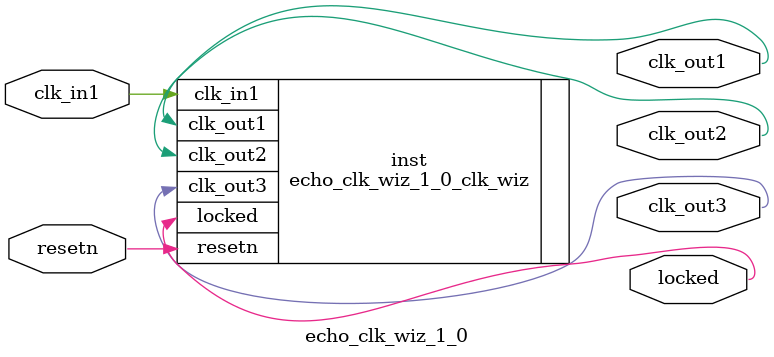
<source format=v>


`timescale 1ps/1ps

(* CORE_GENERATION_INFO = "echo_clk_wiz_1_0,clk_wiz_v6_0_2_0_0,{component_name=echo_clk_wiz_1_0,use_phase_alignment=true,use_min_o_jitter=false,use_max_i_jitter=false,use_dyn_phase_shift=false,use_inclk_switchover=false,use_dyn_reconfig=false,enable_axi=0,feedback_source=FDBK_AUTO,PRIMITIVE=MMCM,num_out_clk=3,clkin1_period=10.000,clkin2_period=10.000,use_power_down=false,use_reset=true,use_locked=true,use_inclk_stopped=false,feedback_type=SINGLE,CLOCK_MGR_TYPE=NA,manual_override=false}" *)

module echo_clk_wiz_1_0 
 (
  // Clock out ports
  output        clk_out1,
  output        clk_out2,
  output        clk_out3,
  // Status and control signals
  input         resetn,
  output        locked,
 // Clock in ports
  input         clk_in1
 );

  echo_clk_wiz_1_0_clk_wiz inst
  (
  // Clock out ports  
  .clk_out1(clk_out1),
  .clk_out2(clk_out2),
  .clk_out3(clk_out3),
  // Status and control signals               
  .resetn(resetn), 
  .locked(locked),
 // Clock in ports
  .clk_in1(clk_in1)
  );

endmodule

</source>
